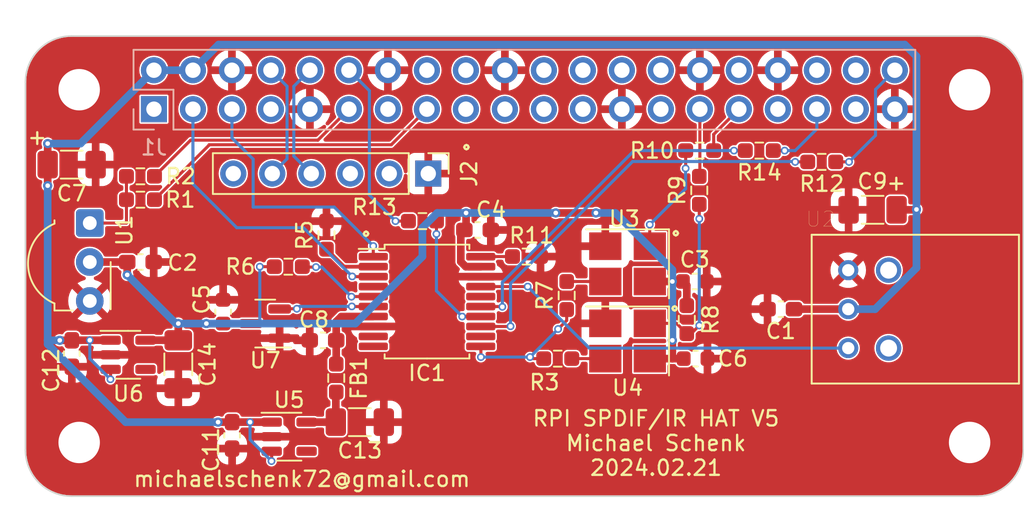
<source format=kicad_pcb>
(kicad_pcb (version 20221018) (generator pcbnew)
  (title_block (date "15 nov 2012"))
  (layers (0 "F.Cu" signal) (31 "B.Cu" signal) (34 "B.Paste" user) (35 "F.Paste" user) (36 "B.SilkS" user "B.Silkscreen") (37 "F.SilkS" user "F.Silkscreen") (38 "B.Mask" user) (39 "F.Mask" user) (44 "Edge.Cuts" user))
  (net 0 "")
  (net 1 "GND")
  (net 2 "/GPIO2{slash}SDA1")
  (net 3 "/GPIO3{slash}SCL1")
  (net 4 "/GPIO4{slash}GPCLK0")
  (net 5 "/GPIO14{slash}TXD0")
  (net 6 "/GPIO15{slash}RXD0")
  (net 7 "/GPIO17")
  (net 8 "/GPIO18{slash}PCM.CLK")
  (net 9 "/GPIO27")
  (net 10 "/GPIO22")
  (net 11 "/GPIO23")
  (net 12 "/GPIO26")
  (net 13 "/GPIO24")
  (net 14 "/GPIO10{slash}SPI0.MOSI")
  (net 15 "/GPIO9{slash}SPI0.MISO")
  (net 16 "/GPIO25")
  (net 17 "/GPIO11{slash}SPI0.SCLK")
  (net 18 "/GPIO8{slash}SPI0.CE0")
  (net 19 "/GPIO7{slash}SPI0.CE1")
  (net 20 "/ID_SDA")
  (net 21 "/ID_SCL")
  (net 22 "/GPIO5")
  (net 23 "/GPIO6")
  (net 24 "/GPIO12{slash}PWM0")
  (net 25 "/GPIO13{slash}PWM1")
  (net 26 "/GPIO19{slash}PCM.FS")
  (net 27 "/GPIO16")
  (net 28 "/GPIO20{slash}PCM.DIN")
  (net 29 "/GPIO21{slash}PCM.DOUT")
  (net 30 "+5V")
  (net 31 "+3V3")
  (net 32 "Net-(IC1-XIN)")
  (net 35 "Net-(IC1-GPO0{slash}SWIFMODE)")
  (net 36 "Net-(IC1-CSB{slash}GPO1)")
  (net 37 "Net-(IC1-RESETB)")
  (net 38 "Net-(IC1-TX0)")
  (net 42 "Net-(IC1-RX0)")
  (net 43 "Net-(U1-OUT)")
  (net 44 "Net-(IC1-PVDD)")
  (net 48 "Net-(U4-CLK)")
  (net 49 "Net-(U3-CLK)")
  (net 50 "Net-(U4-INH)")
  (net 51 "Net-(U3-INH)")
  (net 52 "+3.3VP")
  (net 53 "+3.3VA")
  (net 56 "Net-(IC1-DIN)")
  (net 57 "Net-(IC1-BCLK)")
  (net 58 "Net-(IC1-LRCLK)")
  (footprint "Capacitor_SMD:C_0603_1608Metric_Pad1.08x0.95mm_HandSolder" (layer "F.Cu") (at 149.2009 87.808 180)
    (fp_text reference "C1" (at 0 -1.43) (layer "F.SilkS"))
    (fp_text value "100nF/50V")
    (pad "1" smd roundrect (at -0.8625 0 180) (size 1.075 0.95) (layers "F.Cu" "F.Paste" "F.Mask") (net 30 "+5V"))
    (pad "2" smd roundrect (at 0.8625 0 180) (size 1.075 0.95) (layers "F.Cu" "F.Paste" "F.Mask") (net 1 "GND"))
  )
  (footprint "Capacitor_SMD:C_1206_3216Metric_Pad1.33x1.80mm_HandSolder" (layer "F.Cu") (at 109.9568 91.4025 90)
    (fp_text reference "C14" (at -0.0123 1.905 90) (layer "F.SilkS"))
    (fp_text value "10uF/25V")
    (pad "1" smd roundrect (at -1.5625 0 90) (size 1.325 1.8) (layers "F.Cu" "F.Paste" "F.Mask") (roundrect_rratio 0.1886792453) (net 1 "GND"))
    (pad "2" smd roundrect (at 1.5625 0 90) (size 1.325 1.8) (layers "F.Cu" "F.Paste" "F.Mask") (roundrect_rratio 0.1886792453) (net 31 "+3V3"))
  )
  (footprint "MountingHole:MountingHole_2.7mm_M2.5" (layer "F.Cu") (at 161.5 73.5)
    (fp_text reference "MH2" hide)
    (fp_text value "MountingHole_2.7mm_M2.5" hide)
    (pad "" np_thru_hole circle locked (at 0 0) (size 2.7 2.7) (drill 2.7) (layers "*.Cu" "*.Mask"))
  )
  (footprint "Capacitor_SMD:C_1206_3216Metric_Pad1.33x1.80mm_HandSolder" (layer "F.Cu") (at 103.0103 78.3846)
    (fp_text reference "C7" (at 0 1.8796) (layer "F.SilkS"))
    (fp_text value "47uF/6.3V")
    (pad "1" smd roundrect (at -1.5625 0) (size 1.325 1.8) (layers "F.Cu" "F.Paste" "F.Mask") (roundrect_rratio 0.1886792453) (net 30 "+5V"))
    (pad "2" smd roundrect (at 1.5625 0) (size 1.325 1.8) (layers "F.Cu" "F.Paste" "F.Mask") (roundrect_rratio 0.1886792453) (net 1 "GND"))
  )
  (footprint "Resistor_SMD:R_0603_1608Metric_Pad0.98x0.95mm_HandSolder" (layer "F.Cu") (at 107.4911 79.1466)
    (fp_text reference "R2" (at 2.6181 0) (layer "F.SilkS"))
    (fp_text value "0R")
    (pad "1" smd roundrect (at -0.9125 0) (size 0.975 0.95) (layers "F.Cu" "F.Paste" "F.Mask") (net 43 "Net-(U1-OUT)"))
    (pad "2" smd roundrect (at 0.9125 0) (size 0.975 0.95) (layers "F.Cu" "F.Paste" "F.Mask") (net 7 "/GPIO17"))
  )
  (footprint "Resistor_SMD:R_0603_1608Metric_Pad0.98x0.95mm_HandSolder" (layer "F.Cu") (at 117.1215 85.0394 180)
    (fp_text reference "R6" (at 3.1261 0) (layer "F.SilkS"))
    (fp_text value "10k")
    (pad "1" smd roundrect (at -0.9125 0 180) (size 0.975 0.95) (layers "F.Cu" "F.Paste" "F.Mask") (net 36 "Net-(IC1-CSB{slash}GPO1)"))
    (pad "2" smd roundrect (at 0.9125 0 180) (size 0.975 0.95) (layers "F.Cu" "F.Paste" "F.Mask") (net 31 "+3V3"))
  )
  (footprint "OptoDevice:Vishay_MOLD-3Pin" (layer "F.Cu") (at 104.191 82.1946 -90)
    (fp_text reference "U1" (at 0.4826 -2.2606 -90) (layer "F.SilkS"))
    (fp_text value "TSOP32538")
    (pad "1" thru_hole roundrect (at 0 0 270) (size 1.8 1.8) (drill 0.9) (layers "*.Cu" "*.Mask") (roundrect_rratio 0.138) (net 43 "Net-(U1-OUT)"))
    (pad "2" thru_hole circle (at 2.54 0 270) (size 1.8 1.8) (drill 0.9) (layers "*.Cu" "*.Mask") (net 31 "+3V3"))
    (pad "3" thru_hole circle (at 5.08 0 270) (size 1.8 1.8) (drill 0.9) (layers "*.Cu" "*.Mask") (net 1 "GND"))
  )
  (footprint "Resistor_SMD:R_0603_1608Metric_Pad0.98x0.95mm_HandSolder" (layer "F.Cu") (at 151.8687 78.2068 180)
    (fp_text reference "R12" (at 0 -1.43) (layer "F.SilkS"))
    (fp_text value "33R")
    (pad "1" smd roundrect (at -0.9125 0 180) (size 0.975 0.95) (layers "F.Cu" "F.Paste" "F.Mask") (net 29 "/GPIO21{slash}PCM.DOUT"))
    (pad "2" smd roundrect (at 0.9125 0 180) (size 0.975 0.95) (layers "F.Cu" "F.Paste" "F.Mask") (net 56 "Net-(IC1-DIN)"))
  )
  (footprint "kicad-snk:PLR135-T10_PLT133-T10W" (layer "F.Cu") (at 156.224 87.808 -90)
    (fp_text reference "U2" (at -5.8674 4.4222) (layer "F.SilkS") (effects (font (size 1.001236 1.001236) (thickness 0.015))))
    (fp_text value "PLT237/T10WH")
    (pad "1" thru_hole circle (at 2.54 2.63 270) (size 1.308 1.308) (drill 0.8) (layers "*.Cu" "*.Mask") (net 38 "Net-(IC1-TX0)"))
    (pad "2" thru_hole circle (at 0 2.63 270) (size 1.308 1.308) (drill 0.8) (layers "*.Cu" "*.Mask") (net 30 "+5V"))
    (pad "3" thru_hole circle (at -2.54 2.63 270) (size 1.308 1.308) (drill 0.8) (layers "*.Cu" "*.Mask") (net 1 "GND"))
    (pad "NC1" thru_hole circle (at 2.54 0 270) (size 1.65 1.65) (drill 1.1) (layers "*.Cu" "*.Mask"))
    (pad "NC2" thru_hole circle (at -2.54 0 270) (size 1.65 1.65) (drill 1.1) (layers "*.Cu" "*.Mask"))
  )
  (footprint "Capacitor_SMD:C_0603_1608Metric_Pad1.08x0.95mm_HandSolder" (layer "F.Cu") (at 103.0226 90.7025 90)
    (fp_text reference "C12" (at -1.0933 -1.3462 90) (layer "F.SilkS"))
    (fp_text value "1uF/25V")
    (pad "1" smd roundrect (at -0.8625 0 90) (size 1.075 0.95) (layers "F.Cu" "F.Paste" "F.Mask") (net 1 "GND"))
    (pad "2" smd roundrect (at 0.8625 0 90) (size 1.075 0.95) (layers "F.Cu" "F.Paste" "F.Mask") (net 30 "+5V"))
  )
  (footprint "Resistor_SMD:R_0603_1608Metric_Pad0.98x0.95mm_HandSolder" (layer "F.Cu") (at 132.6371 84.379)
    (fp_text reference "R11" (at 0.3321 -1.3716) (layer "F.SilkS"))
    (fp_text value "10k")
    (pad "1" smd roundrect (at -0.9125 0) (size 0.975 0.95) (layers "F.Cu" "F.Paste" "F.Mask") (net 42 "Net-(IC1-RX0)"))
    (pad "2" smd roundrect (at 0.9125 0) (size 0.975 0.95) (layers "F.Cu" "F.Paste" "F.Mask") (net 1 "GND"))
  )
  (footprint "Resistor_SMD:R_0603_1608Metric_Pad0.98x0.95mm_HandSolder" (layer "F.Cu") (at 119.6088 82.9839 90)
    (fp_text reference "R5" (at 0 -1.43 90) (layer "F.SilkS"))
    (fp_text value "10k")
    (pad "1" smd roundrect (at -0.9125 0 90) (size 0.975 0.95) (layers "F.Cu" "F.Paste" "F.Mask") (net 35 "Net-(IC1-GPO0{slash}SWIFMODE)"))
    (pad "2" smd roundrect (at 0.9125 0 90) (size 0.975 0.95) (layers "F.Cu" "F.Paste" "F.Mask") (net 1 "GND"))
  )
  (footprint "Resistor_SMD:R_0603_1608Metric_Pad0.98x0.95mm_HandSolder" (layer "F.Cu") (at 143.8912 80.0629 90)
    (fp_text reference "R9" (at 0 -1.43 90) (layer "F.SilkS"))
    (fp_text value "0R")
    (pad "1" smd roundrect (at -0.9125 0 90) (size 0.975 0.95) (layers "F.Cu" "F.Paste" "F.Mask") (net 50 "Net-(U4-INH)"))
    (pad "2" smd roundrect (at 0.9125 0 90) (size 0.975 0.95) (layers "F.Cu" "F.Paste" "F.Mask") (net 22 "/GPIO5"))
  )
  (footprint "Connector_PinHeader_2.54mm:PinHeader_1x06_P2.54mm_Vertical" (layer "F.Cu") (at 126.2382 78.9688 -90)
    (fp_text reference "J2" (at 0 -2.667 90) (layer "F.SilkS"))
    (fp_text value "TTL-232R-3V3")
    (pad "1" thru_hole rect (at 0 0 270) (size 1.7 1.7) (drill 1) (layers "*.Cu" "*.Mask") (net 1 "GND"))
    (pad "2" thru_hole oval (at 0 2.54 270) (size 1.7 1.7) (drill 1) (layers "*.Cu" "*.Mask"))
    (pad "3" thru_hole oval (at 0 5.08 270) (size 1.7 1.7) (drill 1) (layers "*.Cu" "*.Mask"))
    (pad "4" thru_hole oval (at 0 7.62 270) (size 1.7 1.7) (drill 1) (layers "*.Cu" "*.Mask") (net 6 "/GPIO15{slash}RXD0"))
    (pad "5" thru_hole oval (at 0 10.16 270) (size 1.7 1.7) (drill 1) (layers "*.Cu" "*.Mask") (net 5 "/GPIO14{slash}TXD0"))
    (pad "6" thru_hole oval (at 0 12.7 270) (size 1.7 1.7) (drill 1) (layers "*.Cu" "*.Mask"))
  )
  (footprint "Resistor_SMD:R_0603_1608Metric_Pad0.98x0.95mm_HandSolder" (layer "F.Cu") (at 143.9185 77.4702)
    (fp_text reference "R10" (at -3.1007 0) (layer "F.SilkS"))
    (fp_text value "0R")
    (pad "1" smd roundrect (at -0.9125 0) (size 0.975 0.95) (layers "F.Cu" "F.Paste" "F.Mask") (net 51 "Net-(U3-INH)"))
    (pad "2" smd roundrect (at 0.9125 0) (size 0.975 0.95) (layers "F.Cu" "F.Paste" "F.Mask") (net 23 "/GPIO6"))
  )
  (footprint "MountingHole:MountingHole_2.7mm_M2.5" (layer "F.Cu") (at 103.5 96.5)
    (fp_text reference "MH3" hide)
    (fp_text value "MountingHole_2.7mm_M2.5" hide)
    (pad "" np_thru_hole circle locked (at 0 0) (size 2.7 2.7) (drill 2.7) (layers "*.Cu" "*.Mask"))
  )
  (footprint "Capacitor_SMD:C_0603_1608Metric_Pad1.08x0.95mm_HandSolder" (layer "F.Cu") (at 113.462 96.0365 90)
    (fp_text reference "C11" (at -0.9409 -1.3716 90) (layer "F.SilkS"))
    (fp_text value "1uF/25V")
    (pad "1" smd roundrect (at -0.8625 0 90) (size 1.075 0.95) (layers "F.Cu" "F.Paste" "F.Mask") (net 1 "GND"))
    (pad "2" smd roundrect (at 0.8625 0 90) (size 1.075 0.95) (layers "F.Cu" "F.Paste" "F.Mask") (net 30 "+5V"))
  )
  (footprint "MountingHole:MountingHole_2.7mm_M2.5" (layer "F.Cu") (at 103.5 73.5)
    (fp_text reference "MH1" hide)
    (fp_text value "MountingHole_2.7mm_M2.5" hide)
    (pad "" np_thru_hole circle locked (at 0 0) (size 2.7 2.7) (drill 2.7) (layers "*.Cu" "*.Mask"))
  )
  (footprint "Capacitor_SMD:C_0603_1608Metric" (layer "F.Cu") (at 143.6502 91.0338)
    (fp_text reference "C6" (at 2.4254 0) (layer "F.SilkS"))
    (fp_text value "100nF/50V")
    (pad "1" smd roundrect (at -0.775 0) (size 0.9 0.95) (layers "F.Cu" "F.Paste" "F.Mask") (net 31 "+3V3"))
    (pad "2" smd roundrect (at 0.775 0) (size 0.9 0.95) (layers "F.Cu" "F.Paste" "F.Mask") (net 1 "GND"))
  )
  (footprint "Capacitor_SMD:C_0603_1608Metric_Pad1.08x0.95mm_HandSolder" (layer "F.Cu") (at 129.4516 82.644045 180)
    (fp_text reference "C4" (at -0.876 1.313045 180) (layer "F.SilkS"))
    (fp_text value "100nF/50V")
    (pad "1" smd roundrect (at -0.8625 0 180) (size 1.075 0.95) (layers "F.Cu" "F.Paste" "F.Mask") (net 1 "GND"))
    (pad "2" smd roundrect (at 0.8625 0 180) (size 1.075 0.95) (layers "F.Cu" "F.Paste" "F.Mask") (net 31 "+3V3"))
  )
  (footprint "Resistor_SMD:R_0603_1608Metric_Pad0.98x0.95mm_HandSolder" (layer "F.Cu") (at 135.2552 86.9209 90)
    (fp_text reference "R7" (at 0 -1.43 90) (layer "F.SilkS"))
    (fp_text value "33R")
    (pad "1" smd roundrect (at -0.9125 0 90) (size 0.975 0.95) (layers "F.Cu" "F.Paste" "F.Mask") (net 32 "Net-(IC1-XIN)"))
    (pad "2" smd roundrect (at 0.9125 0 90) (size 0.975 0.95) (layers "F.Cu" "F.Paste" "F.Mask") (net 49 "Net-(U3-CLK)"))
  )
  (footprint "Package_SO:SSOP-20_5.3x7.2mm_P0.65mm" (layer "F.Cu") (at 126.1568 87.312445)
    (fp_text reference "IC1" (at 0 4.661155) (layer "F.SilkS"))
    (fp_text value "WM8804GEDS_V")
    (pad "1" smd roundrect (at -3.5 -2.925) (size 1.9 0.5) (layers "F.Cu" "F.Paste" "F.Mask") (net 3 "/GPIO3{slash}SCL1"))
    (pad "2" smd roundrect (at -3.5 -2.275) (size 1.9 0.5) (layers "F.Cu" "F.Paste" "F.Mask") (net 35 "Net-(IC1-GPO0{slash}SWIFMODE)"))
    (pad "3" smd roundrect (at -3.5 -1.625) (size 1.9 0.5) (layers "F.Cu" "F.Paste" "F.Mask") (net 2 "/GPIO2{slash}SDA1"))
    (pad "4" smd roundrect (at -3.5 -0.975) (size 1.9 0.5) (layers "F.Cu" "F.Paste" "F.Mask"))
    (pad "5" smd roundrect (at -3.5 -0.325) (size 1.9 0.5) (layers "F.Cu" "F.Paste" "F.Mask") (net 36 "Net-(IC1-CSB{slash}GPO1)"))
    (pad "6" smd roundrect (at -3.5 0.325) (size 1.9 0.5) (layers "F.Cu" "F.Paste" "F.Mask") (net 37 "Net-(IC1-RESETB)"))
    (pad "7" smd roundrect (at -3.5 0.975) (size 1.9 0.5) (layers "F.Cu" "F.Paste" "F.Mask") (net 44 "Net-(IC1-PVDD)"))
    (pad "8" smd roundrect (at -3.5 1.625) (size 1.9 0.5) (layers "F.Cu" "F.Paste" "F.Mask") (net 1 "GND"))
    (pad "9" smd roundrect (at -3.5 2.275) (size 1.9 0.5) (layers "F.Cu" "F.Paste" "F.Mask"))
    (pad "10" smd roundrect (at -3.5 2.925) (size 1.9 0.5) (layers "F.Cu" "F.Paste" "F.Mask"))
    (pad "11" smd roundrect (at 3.5 2.925) (size 1.9 0.5) (layers "F.Cu" "F.Paste" "F.Mask") (net 32 "Net-(IC1-XIN)"))
    (pad "12" smd roundrect (at 3.5 2.275) (size 1.9 0.5) (layers "F.Cu" "F.Paste" "F.Mask"))
    (pad "13" smd roundrect (at 3.5 1.625) (size 1.9 0.5) (layers "F.Cu" "F.Paste" "F.Mask") (net 56 "Net-(IC1-DIN)"))
    (pad "14" smd roundrect (at 3.5 0.975) (size 1.9 0.5) (layers "F.Cu" "F.Paste" "F.Mask") (net 57 "Net-(IC1-BCLK)"))
    (pad "15" smd roundrect (at 3.5 0.325) (size 1.9 0.5) (layers "F.Cu" "F.Paste" "F.Mask") (net 58 "Net-(IC1-LRCLK)"))
    (pad "16" smd roundrect (at 3.5 -0.325) (size 1.9 0.5) (layers "F.Cu" "F.Paste" "F.Mask"))
    (pad "17" smd roundrect (at 3.5 -0.975) (size 1.9 0.5) (layers "F.Cu" "F.Paste" "F.Mask") (net 38 "Net-(IC1-TX0)"))
    (pad "18" smd roundrect (at 3.5 -1.625) (size 1.9 0.5) (layers "F.Cu" "F.Paste" "F.Mask") (net 1 "GND"))
    (pad "19" smd roundrect (at 3.5 -2.275) (size 1.9 0.5) (layers "F.Cu" "F.Paste" "F.Mask") (net 31 "+3V3"))
    (pad "20" smd roundrect (at 3.5 -2.925) (size 1.9 0.5) (layers "F.Cu" "F.Paste" "F.Mask") (net 42 "Net-(IC1-RX0)"))
  )
  (footprint "Capacitor_SMD:C_0603_1608Metric_Pad1.08x0.95mm_HandSolder" (layer "F.Cu") (at 119.3813 89.84)
    (fp_text reference "C8" (at -0.5853 -1.3462) (layer "F.SilkS"))
    (fp_text value "1uF/25V")
    (pad "1" smd roundrect (at -0.8625 0) (size 1.075 0.95) (layers "F.Cu" "F.Paste" "F.Mask") (net 1 "GND"))
    (pad "2" smd roundrect (at 0.8625 0) (size 1.075 0.95) (layers "F.Cu" "F.Paste" "F.Mask") (net 44 "Net-(IC1-PVDD)"))
  )
  (footprint "Capacitor_SMD:C_0603_1608Metric" (layer "F.Cu") (at 143.5988 86.0046)
    (fp_text reference "C3" (at 0 -1.43) (layer "F.SilkS"))
    (fp_text value "100nF/50V")
    (pad "1" smd roundrect (at -0.775 0) (size 0.9 0.95) (layers "F.Cu" "F.Paste" "F.Mask") (net 31 "+3V3"))
    (pad "2" smd roundrect (at 0.775 0) (size 0.9 0.95) (layers "F.Cu" "F.Paste" "F.Mask") (net 1 "GND"))
  )
  (footprint "Resistor_SMD:R_0603_1608Metric_Pad0.98x0.95mm_HandSolder" (layer "F.Cu") (at 147.8009 77.4702 180)
    (fp_text reference "R14" (at 0 -1.43) (layer "F.SilkS"))
    (fp_text value "33R")
    (pad "1" smd roundrect (at -0.9125 0 180) (size 0.975 0.95) (layers "F.Cu" "F.Paste" "F.Mask") (net 26 "/GPIO19{slash}PCM.FS"))
    (pad "2" smd roundrect (at 0.9125 0 180) (size 0.975 0.95) (layers "F.Cu" "F.Paste" "F.Mask") (net 58 "Net-(IC1-LRCLK)"))
  )
  (footprint "Package_TO_SOT_SMD:SOT-23-5" (layer "F.Cu") (at 117.1759 96.1232)
    (fp_text reference "U5" (at 0 -2.4) (layer "F.SilkS"))
    (fp_text value "TPS7A2033PDBVR")
    (pad "1" smd roundrect (at -1.1375 -0.95) (size 1.325 0.6) (layers "F.Cu" "F.Paste" "F.Mask") (net 30 "+5V"))
    (pad "2" smd roundrect (at -1.1375 0) (size 1.325 0.6) (layers "F.Cu" "F.Paste" "F.Mask") (net 1 "GND"))
    (pad "3" smd roundrect (at -1.1375 0.95) (size 1.325 0.6) (layers "F.Cu" "F.Paste" "F.Mask") (net 30 "+5V"))
    (pad "4" smd roundrect (at 1.1375 0.95) (size 1.325 0.6) (layers "F.Cu" "F.Paste" "F.Mask"))
    (pad "5" smd roundrect (at 1.1375 -0.95) (size 1.325 0.6) (layers "F.Cu" "F.Paste" "F.Mask") (net 53 "+3.3VA"))
  )
  (footprint "Package_TO_SOT_SMD:SOT-23" (layer "F.Cu") (at 115.6187 88.7478 180)
    (fp_text reference "U7" (at 0 -2.4) (layer "F.SilkS"))
    (fp_text value "APX809S-31SA-7")
    (pad "1" smd roundrect (at -0.9375 -0.95 180) (size 1.475 0.6) (layers "F.Cu" "F.Paste" "F.Mask") (net 1 "GND"))
    (pad "2" smd roundrect (at -0.9375 0.95 180) (size 1.475 0.6) (layers "F.Cu" "F.Paste" "F.Mask") (net 37 "Net-(IC1-RESETB)"))
    (pad "3" smd roundrect (at 0.9375 0 180) (size 1.475 0.6) (layers "F.Cu" "F.Paste" "F.Mask") (net 31 "+3V3"))
  )
  (footprint "Package_TO_SOT_SMD:SOT-23-5" (layer "F.Cu") (at 106.6847 90.7836)
    (fp_text reference "U6" (at 0.0209 2.5362) (layer "F.SilkS"))
    (fp_text value "TPS7A2033PDBVR")
    (pad "1" smd roundrect (at -1.1375 -0.95) (size 1.325 0.6) (layers "F.Cu" "F.Paste" "F.Mask") (net 30 "+5V"))
    (pad "2" smd roundrect (at -1.1375 0) (size 1.325 0.6) (layers "F.Cu" "F.Paste" "F.Mask") (net 1 "GND"))
    (pad "3" smd roundrect (at -1.1375 0.95) (size 1.325 0.6) (layers "F.Cu" "F.Paste" "F.Mask") (net 30 "+5V"))
    (pad "4" smd roundrect (at 1.1375 0.95) (size 1.325 0.6) (layers "F.Cu" "F.Paste" "F.Mask"))
    (pad "5" smd roundrect (at 1.1375 -0.95) (size 1.325 0.6) (layers "F.Cu" "F.Paste" "F.Mask") (net 31 "+3V3"))
  )
  (footprint "Capacitor_SMD:C_0603_1608Metric_Pad1.08x0.95mm_HandSolder" (layer "F.Cu") (at 107.4919 84.7346 180)
    (fp_text reference "C2" (at -2.7443 -0.0508) (layer "F.SilkS"))
    (fp_text value "100nF/50V")
    (pad "1" smd roundrect (at -0.8625 0 180) (size 1.075 0.95) (layers "F.Cu" "F.Paste" "F.Mask") (net 1 "GND"))
    (pad "2" smd roundrect (at 0.8625 0 180) (size 1.075 0.95) (layers "F.Cu" "F.Paste" "F.Mask") (net 31 "+3V3"))
  )
  (footprint "MountingHole:MountingHole_2.7mm_M2.5" (layer "F.Cu") (at 161.5 96.5)
    (fp_text reference "MH4" hide)
    (fp_text value "MountingHole_2.7mm_M2.5" hide)
    (pad "" np_thru_hole circle locked (at 0 0) (size 2.7 2.7) (drill 2.7) (layers "*.Cu" "*.Mask"))
  )
  (footprint "Capacitor_SMD:C_0603_1608Metric" (layer "F.Cu") (at 112.8778 87.9728 90)
    (fp_text reference "C5" (at 0.7998 -1.397 90) (layer "F.SilkS"))
    (fp_text value "100nF/50V")
    (pad "1" smd roundrect (at -0.775 0 90) (size 0.9 0.95) (layers "F.Cu" "F.Paste" "F.Mask") (net 31 "+3V3"))
    (pad "2" smd roundrect (at 0.775 0 90) (size 0.9 0.95) (layers "F.Cu" "F.Paste" "F.Mask") (net 1 "GND"))
  )
  (footprint "Resistor_SMD:R_0603_1608Metric_Pad0.98x0.95mm_HandSolder" (layer "F.Cu") (at 134.6729 91.0338)
    (fp_text reference "R3" (at -0.8655 1.5494) (layer "F.SilkS"))
    (fp_text value "33R")
    (pad "1" smd roundrect (at -0.9125 0) (size 0.975 0.95) (layers "F.Cu" "F.Paste" "F.Mask") (net 32 "Net-(IC1-XIN)"))
    (pad "2" smd roundrect (at 0.9125 0) (size 0.975 0.95) (layers "F.Cu" "F.Paste" "F.Mask") (net 48 "Net-(U4-CLK)"))
  )
  (footprint "Capacitor_SMD:C_1206_3216Metric_Pad1.33x1.80mm_HandSolder" (layer "F.Cu") (at 155.1811 81.331 180)
    (fp_text reference "C9" (at 0.0123 1.8542) (layer "F.SilkS"))
    (fp_text value "47uF/6.3V")
    (pad "1" smd roundrect (at -1.5625 0 180) (size 1.325 1.8) (layers "F.Cu" "F.Paste" "F.Mask") (roundrect_rratio 0.1886792453) (net 30 "+5V"))
    (pad "2" smd roundrect (at 1.5625 0 180) (size 1.325 1.8) (layers "F.Cu" "F.Paste" "F.Mask") (roundrect_rratio 0.1886792453) (net 1 "GND"))
  )
  (footprint "Crystal:Crystal_SMD_3225-4Pin_3.2x2.5mm_HandSoldering" (layer "F.Cu") (at 139.2198 89.8838 180)
    (fp_text reference "U4" (at 0 -3.05) (layer "F.SilkS"))
    (fp_text value "KC3225Z22.5792C15XXK")
    (pad "1" smd rect (at -1.45 1.15 180) (size 2.1 1.8) (layers "F.Cu" "F.Paste" "F.Mask") (net 50 "Net-(U4-INH)"))
    (pad "2" smd rect (at 1.45 1.15 180) (size 2.1 1.8) (layers "F.Cu" "F.Paste" "F.Mask") (net 1 "GND"))
    (pad "3" smd rect (at 1.45 -1.15 180) (size 2.1 1.8) (layers "F.Cu" "F.Paste" "F.Mask") (net 48 "Net-(U4-CLK)"))
    (pad "4" smd rect (at -1.45 -1.15 180) (size 2.1 1.8) (layers "F.Cu" "F.Paste" "F.Mask") (net 31 "+3V3"))
  )
  (footprint "Resistor_SMD:R_0603_1608Metric_Pad0.98x0.95mm_HandSolder" (layer "F.Cu") (at 107.4911 80.6706)
    (fp_text reference "R1" (at 2.5927 0) (layer "F.SilkS"))
    (fp_text value "0R")
    (pad "1" smd roundrect (at -0.9125 0) (size 0.975 0.95) (layers "F.Cu" "F.Paste" "F.Mask") (net 43 "Net-(U1-OUT)"))
    (pad "2" smd roundrect (at 0.9125 0) (size 0.975 0.95) (layers "F.Cu" "F.Paste" "F.Mask") (net 10 "/GPIO22"))
  )
  (footprint "Capacitor_SMD:C_1206_3216Metric_Pad1.33x1.80mm_HandSolder" (layer "F.Cu") (at 121.7809 95.174 180)
    (fp_text reference "C13" (at 0 -1.85) (layer "F.SilkS"))
    (fp_text value "10uF/25V")
    (pad "1" smd roundrect (at -1.5625 0 180) (size 1.325 1.8) (layers "F.Cu" "F.Paste" "F.Mask") (roundrect_rratio 0.1886792453) (net 1 "GND"))
    (pad "2" smd roundrect (at 1.5625 0 180) (size 1.325 1.8) (layers "F.Cu" "F.Paste" "F.Mask") (roundrect_rratio 0.1886792453) (net 53 "+3.3VA"))
  )
  (footprint "Crystal:Crystal_SMD_3225-4Pin_3.2x2.5mm_HandSoldering" (layer "F.Cu") (at 139.2198 84.8546 180)
    (fp_text reference "U3" (at 0.2054 2.9394) (layer "F.SilkS"))
    (fp_text value "KC3225Z24.5760C1KX00")
    (pad "1" smd rect (at -1.45 1.15 180) (size 2.1 1.8) (layers "F.Cu" "F.Paste" "F.Mask") (net 51 "Net-(U3-INH)"))
    (pad "2" smd rect (at 1.45 1.15 180) (size 2.1 1.8) (layers "F.Cu" "F.Paste" "F.Mask") (net 1 "GND"))
    (pad "3" smd rect (at 1.45 -1.15 180) (size 2.1 1.8) (layers "F.Cu" "F.Paste" "F.Mask") (net 49 "Net-(U3-CLK)"))
    (pad "4" smd rect (at -1.45 -1.15 180) (size 2.1 1.8) (layers "F.Cu" "F.Paste" "F.Mask") (net 31 "+3V3"))
  )
  (footprint "Resistor_SMD:R_0603_1608Metric_Pad0.98x0.95mm_HandSolder" (layer "F.Cu") (at 125.8591 82.0676)
    (fp_text reference "R13" (at -3.1261 -0.9144) (layer "F.SilkS"))
    (fp_text value "33R")
    (pad "1" smd roundrect (at -0.9125 0) (size 0.975 0.95) (layers "F.Cu" "F.Paste" "F.Mask") (net 8 "/GPIO18{slash}PCM.CLK"))
    (pad "2" smd roundrect (at 0.9125 0) (size 0.975 0.95) (layers "F.Cu" "F.Paste" "F.Mask") (net 57 "Net-(IC1-BCLK)"))
  )
  (footprint "Resistor_SMD:R_0603_1608Metric_Pad0.98x0.95mm_HandSolder" (layer "F.Cu") (at 143.0784 88.4919 90)
    (fp_text reference "R8" (at -0.0019 1.5494 90) (layer "F.SilkS"))
    (fp_text value "10k")
    (pad "1" smd roundrect (at -0.9125 0 90) (size 0.975 0.95) (layers "F.Cu" "F.Paste" "F.Mask") (net 50 "Net-(U4-INH)"))
    (pad "2" smd roundrect (at 0.9125 0 90) (size 0.975 0.95) (layers "F.Cu" "F.Paste" "F.Mask") (net 31 "+3V3"))
  )
  (footprint "Resistor_SMD:R_0603_1608Metric_Pad0.98x0.95mm_HandSolder" (layer "F.Cu") (at 120.2438 92.3019 -90)
    (fp_text reference "FB1" (at 0.0019 -1.4732 -270) (layer "F.SilkS"))
    (fp_text value "1k@100MHz")
    (pad "1" smd roundrect (at -0.9125 0 270) (size 0.975 0.95) (layers "F.Cu" "F.Paste" "F.Mask") (net 44 "Net-(IC1-PVDD)"))
    (pad "2" smd roundrect (at 0.9125 0 270) (size 0.975 0.95) (layers "F.Cu" "F.Paste" "F.Mask") (net 53 "+3.3VA"))
  )
  (footprint "Connector_PinSocket_2.54mm:PinSocket_2x20_P2.54mm_Vertical" (layer "B.Cu") (at 108.37 74.77 -90)
    (fp_text reference "J1" (at 2.5 0) (layer "B.SilkS") (effects (justify mirror)))
    (fp_text value "GPIO")
    (pad "1" thru_hole rect (at 0 0 270) (size 1.7 1.7) (drill 1) (layers "*.Cu" "*.Mask") (net 52 "+3.3VP"))
    (pad "2" thru_hole oval (at -2.54 0 270) (size 1.7 1.7) (drill 1) (layers "*.Cu" "*.Mask") (net 30 "+5V"))
    (pad "3" thru_hole oval (at 0 -2.54 270) (size 1.7 1.7) (drill 1) (layers "*.Cu" "*.Mask") (net 2 "/GPIO2{slash}SDA1"))
    (pad "4" thru_hole oval (at -2.54 -2.54 270) (size 1.7 1.7) (drill 1) (layers "*.Cu" "*.Mask") (net 30 "+5V"))
    (pad "5" thru_hole oval (at 0 -5.08 270) (size 1.7 1.7) (drill 1) (layers "*.Cu" "*.Mask") (net 3 "/GPIO3{slash}SCL1"))
    (pad "6" thru_hole oval (at -2.54 -5.08 270) (size 1.7 1.7) (drill 1) (layers "*.Cu" "*.Mask") (net 1 "GND"))
    (pad "7" thru_hole oval (at 0 -7.62 270) (size 1.7 1.7) (drill 1) (layers "*.Cu" "*.Mask") (net 4 "/GPIO4{slash}GPCLK0"))
    (pad "8" thru_hole oval (at -2.54 -7.62 270) (size 1.7 1.7) (drill 1) (layers "*.Cu" "*.Mask") (net 5 "/GPIO14{slash}TXD0"))
    (pad "9" thru_hole oval (at 0 -10.16 270) (size 1.7 1.7) (drill 1) (layers "*.Cu" "*.Mask") (net 1 "GND"))
    (pad "10" thru_hole oval (at -2.54 -10.16 270) (size 1.7 1.7) (drill 1) (layers "*.Cu" "*.Mask") (net 6 "/GPIO15{slash}RXD0"))
    (pad "11" thru_hole oval (at 0 -12.7 270) (size 1.7 1.7) (drill 1) (layers "*.Cu" "*.Mask") (net 7 "/GPIO17"))
    (pad "12" thru_hole oval (at -2.54 -12.7 270) (size 1.7 1.7) (drill 1) (layers "*.Cu" "*.Mask") (net 8 "/GPIO18{slash}PCM.CLK"))
    (pad "13" thru_hole oval (at 0 -15.24 270) (size 1.7 1.7) (drill 1) (layers "*.Cu" "*.Mask") (net 9 "/GPIO27"))
    (pad "14" thru_hole oval (at -2.54 -15.24 270) (size 1.7 1.7) (drill 1) (layers "*.Cu" "*.Mask") (net 1 "GND"))
    (pad "15" thru_hole oval (at 0 -17.78 270) (size 1.7 1.7) (drill 1) (layers "*.Cu" "*.Mask") (net 10 "/GPIO22"))
    (pad "16" thru_hole oval (at -2.54 -17.78 270) (size 1.7 1.7) (drill 1) (layers "*.Cu" "*.Mask") (net 11 "/GPIO23"))
    (pad "17" thru_hole oval (at 0 -20.32 270) (size 1.7 1.7) (drill 1) (layers "*.Cu" "*.Mask") (net 52 "+3.3VP"))
    (pad "18" thru_hole oval (at -2.54 -20.32 270) (size 1.7 1.7) (drill 1) (layers "*.Cu" "*.Mask") (net 13 "/GPIO24"))
    (pad "19" thru_hole oval (at 0 -22.86 270) (size 1.7 1.7) (drill 1) (layers "*.Cu" "*.Mask") (net 14 "/GPIO10{slash}SPI0.MOSI"))
    (pad "20" thru_hole oval (at -2.54 -22.86 270) (size 1.7 1.7) (drill 1) (layers "*.Cu" "*.Mask") (net 1 "GND"))
    (pad "21" thru_hole oval (at 0 -25.4 270) (size 1.7 1.7) (drill 1) (layers "*.Cu" "*.Mask") (net 15 "/GPIO9{slash}SPI0.MISO"))
    (pad "22" thru_hole oval (at -2.54 -25.4 270) (size 1.7 1.7) (drill 1) (layers "*.Cu" "*.Mask") (net 16 "/GPIO25"))
    (pad "23" thru_hole oval (at 0 -27.94 270) (size 1.7 1.7) (drill 1) (layers "*.Cu" "*.Mask") (net 17 "/GPIO11{slash}SPI0.SCLK"))
    (pad "24" thru_hole oval (at -2.54 -27.94 270) (size 1.7 1.7) (drill 1) (layers "*.Cu" "*.Mask") (net 18 "/GPIO8{slash}SPI0.CE0"))
    (pad "25" thru_hole oval (at 0 -30.48 270) (size 1.7 1.7) (drill 1) (layers "*.Cu" "*.Mask") (net 1 "GND"))
    (pad "26" thru_hole oval (at -2.54 -30.48 270) (size 1.7 1.7) (drill 1) (layers "*.Cu" "*.Mask") (net 19 "/GPIO7{slash}SPI0.CE1"))
    (pad "27" thru_hole oval (at 0 -33.02 270) (size 1.7 1.7) (drill 1) (layers "*.Cu" "*.Mask") (net 20 "/ID_SDA"))
    (pad "28" thru_hole oval (at -2.54 -33.02 270) (size 1.7 1.7) (drill 1) (layers "*.Cu" "*.Mask") (net 21 "/ID_SCL"))
    (pad "29" thru_hole oval (at 0 -35.56 270) (size 1.7 1.7) (drill 1) (layers "*.Cu" "*.Mask") (net 22 "/GPIO5"))
    (pad "30" thru_hole oval (at -2.54 -35.56 270) (size 1.7 1.7) (drill 1) (layers "*.Cu" "*.Mask") (net 1 "GND"))
    (pad "31" thru_hole oval (at 0 -38.1 270) (size 1.7 1.7) (drill 1) (layers "*.Cu" "*.Mask") (net 23 "/GPIO6"))
    (pad "32" thru_hole oval (at -2.54 -38.1 270) (size 1.7 1.7) (drill 1) (layers "*.Cu" "*.Mask") (net 24 "/GPIO12{slash}PWM0"))
    (pad "33" thru_hole oval (at 0 -40.64 270) (size 1.7 1.7) (drill 1) (layers "*.Cu" "*.Mask") (net 25 "/GPIO13{slash}PWM1"))
    (pad "34" thru_hole oval (at -2.54 -40.64 270) (size 1.7 1.7) (drill 1) (layers "*.Cu" "*.Mask") (net 1 "GND"))
    (pad "35" thru_hole oval (at 0 -43.18 270) (size 1.7 1.7) (drill 1) (layers "*.Cu" "*.Mask") (net 26 "/GPIO19{slash}PCM.FS"))
    (pad "36" thru_hole oval (at -2.54 -43.18 270) (size 1.7 1.7) (drill 1) (layers "*.Cu" "*.Mask") (net 27 "/GPIO16"))
    (pad "37" thru_hole oval (at 0 -45.72 270) (size 1.7 1.7) (drill 1) (layers "*.Cu" "*.Mask") (net 12 "/GPIO26"))
    (pad "38" thru_hole oval (at -2.54 -45.72 270) (size 1.7 1.7) (drill 1) (layers "*.Cu" "*.Mask") (net 28 "/GPIO20{slash}PCM.DIN"))
    (pad "39" thru_hole oval (at 0 -48.26 270) (size 1.7 1.7) (drill 1) (layers "*.Cu" "*.Mask") (net 1 "GND"))
    (pad "40" thru_hole oval (at -2.54 -48.26 270) (size 1.7 1.7) (drill 1) (layers "*.Cu" "*.Mask") (net 29 "/GPIO21{slash}PCM.DOUT"))
  )
  (gr_arc (start 162 70) (mid 164.12132 70.87868) (end 165 73) (stroke (width 0.1)) (layer "Edge.Cuts"))
  (gr_line (start 165 97) (end 165 73) (stroke (width 0.1)) (layer "Edge.Cuts"))
  (gr_line (start 100 73) (end 100 97) (stroke (width 0.1)) (layer "Edge.Cuts"))
  (gr_arc (start 103 100) (mid 100.87868 99.12132) (end 100 97) (stroke (width 0.1)) (layer "Edge.Cuts"))
  (gr_line (start 103 100) (end 162 100) (stroke (width 0.1)) (layer "Edge.Cuts"))
  (gr_arc (start 165 97) (mid 164.12132 99.12132) (end 162 100) (stroke (width 0.1)) (layer "Edge.Cuts"))
  (gr_arc (start 100 73) (mid 100.87868 70.87868) (end 103 70) (stroke (width 0.1)) (layer "Edge.Cuts"))
  (gr_line (start 162 70) (end 103 70) (stroke (width 0.1)) (layer "Edge.Cuts"))
  (gr_text "°" (at 128.2448 78.2322) (layer "F.SilkS") (effects (font (size 1 1)) (justify left bottom)))
  (gr_text "°" (at 141.8846 83.8456) (layer "F.SilkS") (effects (font (size 1 1)) (justify left bottom)))
  (gr_text "+" (at 100.0508 77.1654) (layer "F.SilkS") (effects (font (size 1 1)) (justify left bottom)))
  (gr_text "°" (at 141.8084 88.7478) (layer "F.SilkS") (effects (font (size 1 1)) (justify left bottom)))
  (gr_text "°" (at 121.7068 83.877445) (layer "F.SilkS") (effects (font (size 1 1)) (justify left bottom)))
  (gr_text "michaelschenk72@gmail.com" (at 118.0086 98.8824) (layer "F.SilkS") (effects (font (size 1 1))))
  (gr_text "RPI SPDIF/IR HAT V5\nMichael Schenk\n2024.02.21" (at 141.0718 96.5456) (layer "F.SilkS") (effects (font (size 1 1))))
  (gr_text "+" (at 156.007 80.1372) (layer "F.SilkS") (effects (font (size 1 1)) (justify left bottom)))
  (segment (start 122.6568 85.687445) (end 121.298245 85.687445) (width 0.2) (layer "F.Cu") (net 2))
  (segment (start 121.298245 85.687445) (end 121.2852 85.6744) (width 0.2) (layer "F.Cu") (net 2))
  (via (at 121.2852 85.6744) (size 0.5) (drill 0.3) (layers "F.Cu" "B.Cu") (net 2))
  (segment (start 113.7668 82.4994) (end 118.1102 82.4994) (width 0.2) (layer "B.Cu") (net 2))
  (segment (start 118.1102 82.4994) (end 121.2852 85.6744) (width 0.2) (layer "B.Cu") (net 2))
  (segment (start 110.91 79.6426) (end 113.7668 82.4994) (width 0.2) (layer "B.Cu") (net 2))
  (segment (start 110.91 74.77) (end 110.91 79.6426) (width 0.2) (layer "B.Cu") (net 2))
  (segment (start 122.6568 84.387445) (end 122.6568 83.6932) (width 0.2) (layer "F.Cu") (net 3))
  (via (at 122.6568 83.6932) (size 0.5) (drill 0.3) (layers "F.Cu" "B.Cu") (net 3))
  (segment (start 113.45 76.6454) (end 114.8336 78.029) (width 0.2) (layer "B.Cu") (net 3))
  (segment (start 120.1168 81.1532) (end 122.6568 83.6932) (width 0.2) (layer "B.Cu") (net 3))
  (segment (start 113.45 74.77) (end 113.45 76.6454) (width 0.2) (layer "B.Cu") (net 3))
  (segment (start 114.8336 81.1532) (end 120.1168 81.1532) (width 0.2) (layer "B.Cu") (net 3))
  (segment (start 114.8336 78.029) (end 114.8336 81.1532) (width 0.2) (layer "B.Cu") (net 3))
  (segment (start 115.99 72.23) (end 117.04 73.28) (width 0.2) (layer "B.Cu") (net 5))
  (segment (start 117.04 73.28) (end 117.04 78.007) (width 0.2) (layer "B.Cu") (net 5))
  (segment (start 117.04 78.007) (end 116.0782 78.9688) (width 0.2) (layer "B.Cu") (net 5))
  (segment (start 117.48 77.8306) (end 118.6182 78.9688) (width 0.2) (layer "B.Cu") (net 6))
  (segment (start 118.53 72.23) (end 117.48 73.28) (width 0.2) (layer "B.Cu") (net 6))
  (segment (start 117.48 73.28) (end 117.48 77.8306) (width 0.2) (layer "B.Cu") (net 6))
  (segment (start 119.0508 76.7892) (end 110.761 76.7892) (width 0.2) (layer "F.Cu") (net 7))
  (segment (start 121.07 74.77) (end 119.0508 76.7892) (width 0.2) (layer "F.Cu") (net 7))
  (segment (start 110.761 76.7892) (end 108.4036 79.1466) (width 0.2) (layer "F.Cu") (net 7))
  (segment (start 124.9466 82.0676) (end 124.1046 82.0676) (width 0.2) (layer "F.Cu") (net 8))
  (via (at 124.1046 82.0676) (size 0.5) (drill 0.3) (layers "F.Cu" "B.Cu") (net 8))
  (segment (start 122.4028 73.5628) (end 121.07 72.23) (width 0.2) (layer "B.Cu") (net 8))
  (segment (start 122.4028 80.3658) (end 122.4028 73.5628) (width 0.2) (layer "B.Cu") (net 8))
  (segment (start 124.1046 82.0676) (end 122.4028 80.3658) (width 0.2) (layer "B.Cu") (net 8))
  (segment (start 111.9634 77.0892) (end 111.9634 77.1108) (width 0.2) (layer "F.Cu") (net 10))
  (segment (start 111.9634 77.1108) (end 108.4036 80.6706) (width 0.2) (layer "F.Cu") (net 10))
  (segment (start 126.15 74.77) (end 123.8308 77.0892) (width 0.2) (layer "F.Cu") (net 10))
  (segment (start 123.8308 77.0892) (end 111.9634 77.0892) (width 0.2) (layer "F.Cu") (net 10))
  (segment (start 143.93 74.77) (end 143.93 79.1116) (width 0.2) (layer "F.Cu") (net 22))
  (segment (start 143.93 79.1116) (end 143.8912 79.1504) (width 0.2) (layer "F.Cu") (net 22))
  (segment (start 144.831 76.409) (end 146.47 74.77) (width 0.2) (layer "F.Cu") (net 23))
  (segment (start 144.831 77.4702) (end 144.831 76.409) (width 0.2) (layer "F.Cu") (net 23))
  (segment (start 149.4538 77.4702) (end 148.7134 77.4702) (width 0.2) (layer "F.Cu") (net 26))
  (via (at 149.4538 77.4702) (size 0.5) (drill 0.3) (layers "F.Cu" "B.Cu") (net 26))
  (segment (start 150.1396 77.4702) (end 149.4538 77.4702) (width 0.2) (layer "B.Cu") (net 26))
  (segment (start 151.55 74.77) (end 151.55 76.0598) (width 0.2) (layer "B.Cu") (net 26))
  (segment (start 151.55 76.0598) (end 150.1396 77.4702) (width 0.2) (layer "B.Cu") (net 26))
  (segment (start 153.6448 78.2068) (end 152.7812 78.2068) (width 0.2) (layer "F.Cu") (net 29))
  (via (at 153.6448 78.2068) (size 0.5) (drill 0.3) (layers "F.Cu" "B.Cu") (net 29))
  (segment (start 156.63 72.23) (end 155.372 73.488) (width 0.2) (layer "B.Cu") (net 29))
  (segment (start 155.372 73.488) (end 155.372 76.4796) (width 0.2) (layer "B.Cu") (net 29))
  (segment (start 155.372 76.4796) (end 153.6448 78.2068) (width 0.2) (layer "B.Cu") (net 29))
  (segment (start 103.0226 89.84) (end 102.2352 89.84) (width 0.5) (layer "F.Cu") (net 30))
  (segment (start 158.0136 81.331) (end 158.039 81.3056) (width 0.5) (layer "F.Cu") (net 30))
  (segment (start 156.7436 81.331) (end 158.0136 81.331) (width 0.5) (layer "F.Cu") (net 30))
  (segment (start 103.029 89.8336) (end 103.0226 89.84) (width 0.5) (layer "F.Cu") (net 30))
  (segment (start 101.4478 78.3846) (end 101.4478 77.013) (width 0.5) (layer "F.Cu") (net 30))
  (segment (start 116.0384 97.0732) (end 116.0384 97.703) (width 0.2) (layer "F.Cu") (net 30))
  (segment (start 116.0384 97.703) (end 116.0274 97.714) (width 0.2) (layer "F.Cu") (net 30))
  (segment (start 104.191 89.8336) (end 103.029 89.8336) (width 0.5) (layer "F.Cu") (net 30))
  (segment (start 101.4478 78.3846) (end 101.4478 79.7562) (width 0.5) (layer "F.Cu") (net 30))
  (segment (start 116.0384 95.1732) (end 114.6304 95.1732) (width 0.5) (layer "F.Cu") (net 30))
  (segment (start 114.6304 95.1732) (end 113.4628 95.1732) (width 0.5) (layer "F.Cu") (net 30))
  (segment (start 153.594 87.808) (end 150.0634 87.808) (width 0.5) (layer "F.Cu") (net 30))
  (segment (start 112.5476 95.174) (end 113.462 95.174) (width 0.5) (layer "F.Cu") (net 30))
  (segment (start 105.5472 89.8336) (end 104.191 89.8336) (width 0.5) (layer "F.Cu") (net 30))
  (segment (start 105.5472 92.37) (end 105.5372 92.38) (width 0.2) (layer "F.Cu") (net 30))
  (segment (start 113.4628 95.1732) (end 113.462 95.174) (width 0.5) (layer "F.Cu") (net 30))
  (segment (start 105.5472 91.7336) (end 105.5472 92.37) (width 0.2) (layer "F.Cu") (net 30))
  (via (at 101.4478 79.7562) (size 0.6) (drill 0.3) (layers "F.Cu" "B.Cu") (net 30))
  (via (at 105.5372 92.38) (size 0.5) (drill 0.3) (layers "F.Cu" "B.Cu") (net 30))
  (via (at 116.0274 97.714) (size 0.5) (drill 0.3) (layers "F.Cu" "B.Cu") (net 30))
  (via (at 101.4478 77.013) (size 0.6) (drill 0.3) (layers "F.Cu" "B.Cu") (net 30))
  (via (at 158.039 81.3056) (size 0.6) (drill 0.3) (layers "F.Cu" "B.Cu") (net 30))
  (via (at 104.191 89.8336) (size 0.5) (drill 0.3) (layers "F.Cu" "B.Cu") (net 30))
  (via (at 112.5476 95.174) (size 0.6) (drill 0.3) (layers "F.Cu" "B.Cu") (net 30))
  (via (at 114.6304 95.1732) (size 0.5) (drill 0.3) (layers "F.Cu" "B.Cu") (net 30))
  (via (at 102.2352 89.84) (size 0.6) (drill 0.3) (layers "F.Cu" "B.Cu") (net 30))
  (segment (start 108.37 72.23) (end 110.91 72.23) (width 0.5) (layer "B.Cu") (net 30))
  (segment (start 158.039 85.114701) (end 155.345701 87.808) (width 0.5) (layer "B.Cu") (net 30))
  (segment (start 102.2352 89.84) (end 101.4478 89.84) (width 0.5) (layer "B.Cu") (net 30))
  (segment (start 101.4478 89.84) (end 101.4478 90.094) (width 0.5) (layer "B.Cu") (net 30))
  (segment (start 157.277 70.5614) (end 158.039 71.3234) (width 0.5) (layer "B.Cu") (net 30))
  (segment (start 106.5278 95.174) (end 112.5476 95.174) (width 0.5) (layer "B.Cu") (net 30))
  (segment (start 116.0274 97.714) (end 114.6304 96.317) (width 0.2) (layer "B.Cu") (net 30))
  (segment (start 101.4478 77.013) (end 103.587 77.013) (width 0.5) (layer "B.Cu") (net 30))
  (segment (start 103.587 77.013) (end 108.37 72.23) (width 0.5) (layer "B.Cu") (net 30))
  (segment (start 158.039 81.3056) (end 158.039 85.114701) (width 0.5) (layer "B.Cu") (net 30))
  (segment (start 158.039 71.3234) (end 158.039 81.3056) (width 0.5) (layer "B.Cu") (net 30))
  (segment (start 112.5786 70.5614) (end 157.277 70.5614) (width 0.5) (layer "B.Cu") (net 30))
  (segment (start 110.91 72.23) (end 112.5786 70.5614) (width 0.5) (layer "B.Cu") (net 30))
  (segment (start 114.6304 96.317) (end 114.6304 95.1732) (width 0.2) (layer "B.Cu") (net 30))
  (segment (start 155.345701 87.808) (end 153.594 87.808) (width 0.5) (layer "B.Cu") (net 30))
  (segment (start 105.5372 92.38) (end 104.191 91.0338) (width 0.2) (layer "B.Cu") (net 30))
  (segment (start 104.191 91.0338) (end 104.191 89.8336) (width 0.2) (layer "B.Cu") (net 30))
  (segment (start 101.4478 79.7562) (end 101.4478 89.84) (width 0.5) (layer "B.Cu") (net 30))
  (segment (start 101.4478 90.094) (end 106.5278 95.174) (width 0.5) (layer "B.Cu") (net 30))
  (segment (start 142.8752 91.0338) (end 142.1386 91.0338) (width 0.5) (layer "F.Cu") (net 31))
  (segment (start 129.6568 85.037445) (end 128.681584 85.037445) (width 0.5) (layer "F.Cu") (net 31))
  (segment (start 128.702 81.5342) (end 128.702 82.531145) (width 0.5) (layer "F.Cu") (net 31))
  (segment (start 142.8238 86.0046) (end 142.1386 86.0046) (width 0.5) (layer "F.Cu") (net 31))
  (segment (start 112.8778 88.7478) (end 111.7856 88.7478) (width 0.5) (layer "F.Cu") (net 31))
  (segment (start 143.0784 86.2592) (end 142.8238 86.0046) (width 0.5) (layer "F.Cu") (net 31))
  (segment (start 107.8222 89.8336) (end 109.9504 89.8336) (width 0.5) (layer "F.Cu") (net 31))
  (segment (start 128.681584 85.037445) (end 128.3568 84.712661) (width 0.5) (layer "F.Cu") (net 31))
  (segment (start 128.3568 84.712661) (end 128.3568 82.876345) (width 0.5) (layer "F.Cu") (net 31))
  (segment (start 142.1386 91.0338) (end 140.6698 91.0338) (width 0.5) (layer "F.Cu") (net 31))
  (segment (start 114.6812 88.7478) (end 112.8778 88.7478) (width 0.5) (layer "F.Cu") (net 31))
  (segment (start 128.3568 82.876345) (end 128.5891 82.644045) (width 0.5) (layer "F.Cu") (net 31))
  (segment (start 128.702 82.531145) (end 128.5891 82.644045) (width 0.5) (layer "F.Cu") (net 31))
  (segment (start 106.6294 85.5728) (end 106.6294 84.7346) (width 0.5) (layer "F.Cu") (net 31))
  (segment (start 109.9568 89.84) (end 109.9568 88.7478) (width 0.5) (layer "F.Cu") (net 31))
  (segment (start 104.191 84.7346) (end 106.6294 84.7346) (width 0.5) (layer "F.Cu") (net 31))
  (segment (start 143.0784 87.5794) (end 143.0784 86.2592) (width 0.5) (layer "F.Cu") (net 31))
  (segment (start 109.9504 89.8336) (end 109.9568 89.84) (width 0.5) (layer "F.Cu") (net 31))
  (segment (start 116.209 85.0394) (end 115.2654 85.0394) (width 0.2) (layer "F.Cu") (net 31))
  (segment (start 142.1386 86.0046) (end 140.6698 86.0046) (width 0.5) (layer "F.Cu") (net 31))
  (segment (start 134.544 81.5342) (end 137.1602 81.5342) (width 0.5) (layer "F.Cu") (net 31))
  (segment (start 142.1386 91.0338) (end 142.1386 89.84) (width 0.5) (layer "F.Cu") (net 31))
  (via (at 106.6294 85.5728) (size 0.6) (drill 0.3) (layers "F.Cu" "B.Cu") (net 31))
  (via (at 137.1602 81.5342) (size 0.6) (drill 0.3) (layers "F.Cu" "B.Cu") (net 31))
  (via (at 109.9568 88.7478) (size 0.6) (drill 0.3) (layers "F.Cu" "B.Cu") (net 31))
  (via (at 111.7856 88.7478) (size 0.6) (drill 0.3) (layers "F.Cu" "B.Cu") (net 31))
  (via (at 134.544 81.5342) (size 0.6) (drill 0.3) (layers "F.Cu" "B.Cu") (net 31))
  (via (at 115.2654 85.0394) (size 0.5) (drill 0.3) (layers "F.Cu" "B.Cu") (net 31))
  (via (at 142.1386 89.84) (size 0.6) (drill 0.3) (layers "F.Cu" "B.Cu") (net 31))
  (via (at 142.1386 86.0046) (size 0.6) (drill 0.3) (layers "F.Cu" "B.Cu") (net 31))
  (via (at 128.702 81.5342) (size 0.6) (drill 0.3) (layers "F.Cu" "B.Cu") (net 31))
  (segment (start 115.3162 88.7478) (end 121.4884 88.7478) (width 0.5) (layer "B.Cu") (net 31))
  (segment (start 125.8572 82.4994) (end 125.8572 84.379) (width 0.5) (layer "B.Cu") (net 31))
  (segment (start 128.702 81.5342) (end 134.544 81.5342) (width 0.5) (layer "B.Cu") (net 31))
  (segment (start 109.9568 88.7478) (end 109.8044 88.7478) (width 0.5) (layer "B.Cu") (net 31))
  (segment (start 111.7856 88.7478) (end 115.3162 88.7478) (width 0.5) (layer "B.Cu") (net 31))
  (segment (start 109.9568 88.7478) (end 111.7856 88.7478) (width 0.5) (layer "B.Cu") (net 31))
  (segment (start 142.1386 86.0046) (end 142.1386 85.2426) (width 0.5) (layer "B.Cu") (net 31))
  (segment (start 128.702 81.5342) (end 126.8224 81.5342) (width 0.5) (layer "B.Cu") (net 31))
  (segment (start 125.8572 84.379) (end 121.4884 88.7478) (width 0.5) (layer "B.Cu") (net 31))
  (segment (start 126.8224 81.5342) (end 125.8572 82.4994) (width 0.5) (layer "B.Cu") (net 31))
  (segment (start 115.2654 88.697) (end 115.3162 88.7478) (width 0.2) (layer "B.Cu") (net 31))
  (segment (start 142.1386 85.2426) (end 138.4302 81.5342) (width 0.5) (layer "B.Cu") (net 31))
  (segment (start 115.2654 85.0394) (end 115.2654 88.697) (width 0.2) (layer "B.Cu") (net 31))
  (segment (start 142.1386 89.84) (end 142.1386 86.0046) (width 0.5) (layer "B.Cu") (net 31))
  (segment (start 138.4302 81.5342) (end 137.1602 81.5342) (width 0.5) (layer "B.Cu") (net 31))
  (segment (start 109.8044 88.7478) (end 106.6294 85.5728) (width 0.5) (layer "B.Cu") (net 31))
  (segment (start 135.2552 87.8334) (end 135.2552 88.5446) (width 0.2) (layer "F.Cu") (net 32))
  (segment (start 132.9692 91.0338) (end 132.8676 90.9322) (width 0.2) (layer "F.Cu") (net 32))
  (segment (start 133.7604 91.0338) (end 132.9692 91.0338) (width 0.2) (layer "F.Cu") (net 32))
  (segment (start 135.2552 88.5446) (end 134.6964 89.1034) (width 0.2) (layer "F.Cu") (net 32))
  (segment (start 129.6672 90.247845) (end 129.6568 90.237445) (width 0.2) (layer "F.Cu") (net 32))
  (segment (start 129.6672 90.9322) (end 129.6672 90.247845) (width 0.2) (layer "F.Cu") (net 32))
  (via (at 129.6672 90.9322) (size 0.5) (drill 0.3) (layers "F.Cu" "B.Cu") (net 32))
  (via (at 134.6964 89.1034) (size 0.5) (drill 0.3) (layers "F.Cu" "B.Cu") (net 32))
  (via (at 132.8676 90.9322) (size 0.5) (drill 0.3) (layers "F.Cu" "B.Cu") (net 32))
  (segment (start 132.8676 90.9322) (end 129.6672 90.9322) (width 0.2) (layer "B.Cu") (net 32))
  (segment (start 134.6964 89.1034) (end 132.8676 90.9322) (width 0.2) (layer "B.Cu") (net 32))
  (segment (start 120.749845 85.037445) (end 119.6088 83.8964) (width 0.25) (layer "F.Cu") (net 35))
  (segment (start 122.6568 85.037445) (end 120.749845 85.037445) (width 0.25) (layer "F.Cu") (net 35))
  (segment (start 122.6568 86.987445) (end 121.242155 86.987445) (width 0.2) (layer "F.Cu") (net 36))
  (segment (start 118.0594 85.0648) (end 118.034 85.0394) (width 0.2) (layer "F.Cu") (net 36))
  (segment (start 121.242155 86.987445) (end 121.2344 86.9952) (width 0.2) (layer "F.Cu") (net 36))
  (segment (start 118.923 85.0648) (end 118.0594 85.0648) (width 0.2) (layer "F.Cu") (net 36))
  (via (at 118.923 85.0648) (size 0.5) (drill 0.3) (layers "F.Cu" "B.Cu") (net 36))
  (via (at 121.2344 86.9952) (size 0.5) (drill 0.3) (layers "F.Cu" "B.Cu") (net 36))
  (segment (start 121.2344 86.9952) (end 119.304 85.0648) (width 0.2) (layer "B.Cu") (net 36))
  (segment (start 119.304 85.0648) (end 118.923 85.0648) (width 0.2) (layer "B.Cu") (net 36))
  (segment (start 122.6568 87.637445) (end 121.267045 87.637445) (width 0.2) (layer "F.Cu") (net 37))
  (segment (start 117.6784 87.7826) (end 116.5714 87.7826) (width 0.2) (layer "F.Cu") (net 37))
  (segment (start 116.5714 87.7826) (end 116.5562 87.7978) (width 0.2) (layer "F.Cu") (net 37))
  (segment (start 121.267045 87.637445) (end 121.2598 87.6302) (width 0.2) (layer "F.Cu") (net 37))
  (via (at 121.2598 87.6302) (size 0.5) (drill 0.3) (layers "F.Cu" "B.Cu") (net 37))
  (via (at 117.6784 87.7826) (size 0.5) (drill 0.3) (layers "F.Cu" "B.Cu") (net 37))
  (segment (start 117.8308 87.6302) (end 117.6784 87.7826) (width 0.2) (layer "B.Cu") (net 37))
  (segment (start 121.2598 87.6302) (end 117.8308 87.6302) (width 0.2) (layer "B.Cu") (net 37))
  (segment (start 132.712555 86.337445) (end 132.7152 86.3348) (width 0.2) (layer "F.Cu") (net 38))
  (segment (start 129.6568 86.337445) (end 132.712555 86.337445) (width 0.2) (layer "F.Cu") (net 38))
  (via (at 132.7152 86.3348) (size 0.5) (drill 0.3) (layers "F.Cu" "B.Cu") (net 38))
  (segment (start 153.594 90.348) (end 136.7284 90.348) (width 0.2) (layer "B.Cu") (net 38))
  (segment (start 136.7284 90.348) (end 132.7152 86.3348) (width 0.2) (layer "B.Cu") (net 38))
  (segment (start 131.7246 84.379) (end 129.665245 84.379) (width 0.2) (layer "F.Cu") (net 42))
  (segment (start 129.665245 84.379) (end 129.6568 84.387445) (width 0.2) (layer "F.Cu") (net 42))
  (segment (start 106.5786 82.1946) (end 104.191 82.1946) (width 0.2) (layer "F.Cu") (net 43))
  (segment (start 106.5786 80.6706) (end 106.5786 79.1466) (width 0.2) (layer "F.Cu") (net 43))
  (segment (start 106.5786 82.1946) (end 106.5786 80.6706) (width 0.2) (layer "F.Cu") (net 43))
  (segment (start 120.577155 88.287445) (end 122.6568 88.287445) (width 0.5) (layer "F.Cu") (net 44))
  (segment (start 120.2438 89.84) (end 120.2438 91.3894) (width 0.5) (layer "F.Cu") (net 44))
  (segment (start 120.2438 88.6208) (end 120.577155 88.287445) (width 0.5) (layer "F.Cu") (net 44))
  (segment (start 120.2438 89.84) (end 120.2438 88.6208) (width 0.5) (layer "F.Cu") (net 44))
  (segment (start 137.7698 91.0338) (end 135.5854 91.0338) (width 0.2) (layer "F.Cu") (net 48))
  (segment (start 137.7698 86.0046) (end 135.259 86.0046) (width 0.2) (layer "F.Cu") (net 49))
  (segment (start 135.259 86.0046) (end 135.2552 86.0084) (width 0.2) (layer "F.Cu") (net 49))
  (segment (start 142.4078 88.7338) (end 143.0784 89.4044) (width 0.2) (layer "F.Cu") (net 50))
  (segment (start 140.6698 88.7338) (end 142.4078 88.7338) (width 0.2) (layer "F.Cu") (net 50))
  (segment (start 143.0784 89.4044) (end 143.3616 89.4044) (width 0.2) (layer "F.Cu") (net 50))
  (segment (start 143.8912 80.9754) (end 143.8912 81.9152) (width 0.2) (layer "F.Cu") (net 50))
  (segment (start 143.3616 89.4044) (end 143.8912 88.8748) (width 0.2) (layer "F.Cu") (net 50))
  (via (at 143.8912 88.8748) (size 0.5) (drill 0.3) (layers "F.Cu" "B.Cu") (net 50))
  (via (at 143.8912 81.9152) (size 0.5) (drill 0.3) (layers "F.Cu" "B.Cu") (net 50))
  (segment (start 143.8912 81.9152) (end 143.8912 88.8748) (width 0.2) (layer "B.Cu") (net 50))
  (segment (start 140.6654 82.2962) (end 140.6654 83.7002) (width 0.2) (layer "F.Cu") (net 51))
  (segment (start 140.6654 83.7002) (end 140.6698 83.7046) (width 0.2) (layer "F.Cu") (net 51))
  (segment (start 143.006 78.6276) (end 143.0022 78.6314) (width 0.2) (layer "F.Cu") (net 51))
  (segment (start 143.006 77.4702) (end 143.006 78.6276) (width 0.2) (layer "F.Cu") (net 51))
  (via (at 143.0022 78.6314) (size 0.5) (drill 0.3) (layers "F.Cu" "B.Cu") (net 51))
  (via (at 140.6654 82.2962) (size 0.5) (drill 0.3) (layers "F.Cu" "B.Cu") (net 51))
  (segment (start 143.0022 78.6314) (end 143.0022 79.9594) (width 0.2) (layer "B.Cu") (net 51))
  (segment (start 143.0022 79.9594) (end 140.6654 82.2962) (width 0.2) (layer "B.Cu") (net 51))
  (segment (start 120.2184 95.174) (end 120.2184 93.2398) (width 0.5) (layer "F.Cu") (net 53))
  (segment (start 120.2184 93.2398) (end 120.2438 93.2144) (width 0.5) (layer "F.Cu") (net 53))
  (segment (start 118.3142 95.174) (end 118.3134 95.1732) (width 0.5) (layer "F.Cu") (net 53))
  (segment (start 120.2184 95.174) (end 118.3142 95.174) (width 0.5) (layer "F.Cu") (net 53))
  (segment (start 129.6568 88.937445) (end 131.585755 88.937445) (width 0.2) (layer "F.Cu") (net 56))
  (segment (start 150.1396 78.2068) (end 150.9562 78.2068) (width 0.2) (layer "F.Cu") (net 56))
  (segment (start 131.585755 88.937445) (end 131.5976 88.9256) (width 0.2) (layer "F.Cu") (net 56))
  (via (at 131.5976 88.9256) (size 0.5) (drill 0.3) (layers "F.Cu" "B.Cu") (net 56))
  (via (at 150.1396 78.2068) (size 0.5) (drill 0.3) (layers "F.Cu" "B.Cu") (net 56))
  (segment (start 139.5478 78.1814) (end 150.1142 78.1814) (width 0.2) (layer "B.Cu") (net 56))
  (segment (start 150.1142 78.1814) (end 150.1396 78.2068) (width 0.2) (layer "B.Cu") (net 56))
  (segment (start 131.5976 88.9256) (end 131.5976 86.1316) (width 0.2) (layer "B.Cu") (net 56))
  (segment (start 131.5976 86.1316) (end 139.5478 78.1814) (width 0.2) (layer "B.Cu") (net 56))
  (segment (start 129.6568 88.287445) (end 128.451155 88.287445) (width 0.2) (layer "F.Cu") (net 57))
  (segment (start 126.7716 82.9058) (end 126.7716 82.0676) (width 0.2) (layer "F.Cu") (net 57))
  (segment (start 128.451155 88.287445) (end 128.448 88.2906) (width 0.2) (layer "F.Cu") (net 57))
  (via (at 128.448 88.2906) (size 0.5) (drill 0.3) (layers "F.Cu" "B.Cu") (net 57))
  (via (at 126.7716 82.9058) (size 0.5) (drill 0.3) (layers "F.Cu" "B.Cu") (net 57))
  (segment (start 126.7716 86.6142) (end 126.7716 82.9058) (width 0.2) (layer "B.Cu") (net 57))
  (segment (start 128.448 88.2906) (end 126.7716 86.6142) (width 0.2) (layer "B.Cu") (net 57))
  (segment (start 146.8884 77.4702) (end 146.1518 77.4702) (width 0.2) (layer "F.Cu") (net 58))
  (segment (start 129.6568 87.637445) (end 131.046045 87.637445) (width 0.2) (layer "F.Cu") (net 58))
  (segment (start 131.046045 87.637445) (end 131.0642 87.6556) (width 0.2) (layer "F.Cu") (net 58))
  (via (at 146.1518 77.4702) (size 0.5) (drill 0.3) (layers "F.Cu" "B.Cu") (net 58))
  (via (at 131.0642 87.6556) (size 0.5) (drill 0.3) (layers "F.Cu" "B.Cu") (net 58))
  (segment (start 139.6494 77.4702) (end 131.0642 86.0554) (width 0.2) (layer "B.Cu") (net 58))
  (segment (start 131.0642 86.0554) (end 131.0642 87.6556) (width 0.2) (layer "B.Cu") (net 58))
  (segment (start 146.1518 77.4702) (end 139.6494 77.4702) (width 0.2) (layer "B.Cu") (net 58))
  (zone (net 1) (net_name "GND") (layer "F.Cu") (connect_pads (clearance 0)) (min_thickness 0.25) (fill yes (thermal_gap 0.5) (thermal_bridge_width 0.5))
    (polygon (pts (xy 100 70.028) (xy 100 100) (xy 165.024 100) (xy 165.024 70.028)))
  )
)
</source>
